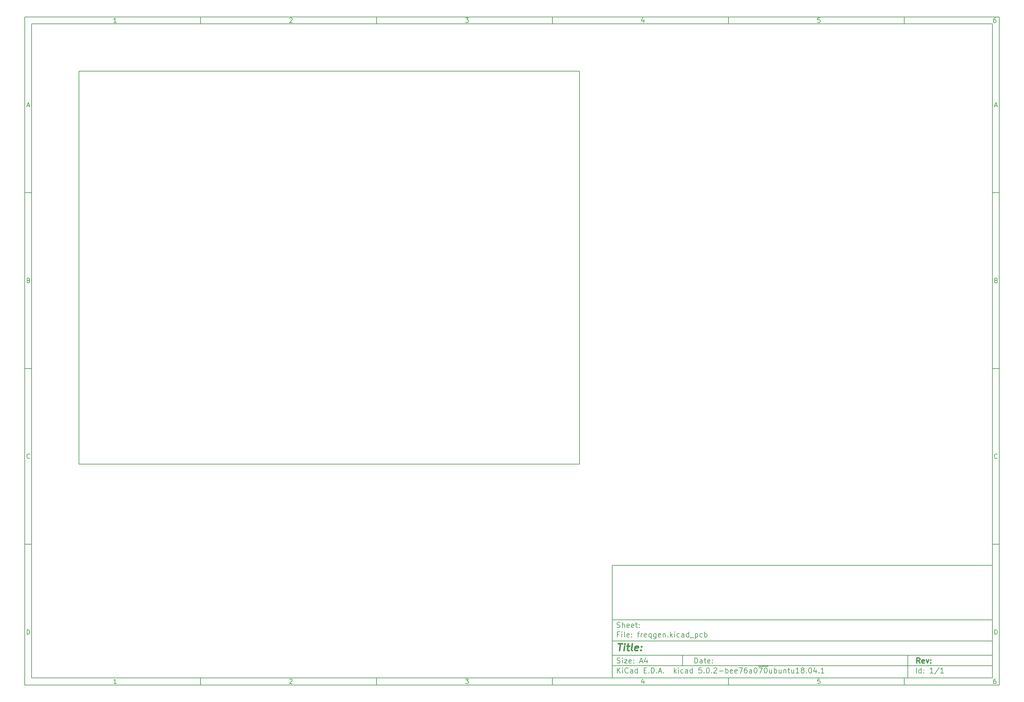
<source format=gbr>
G04 #@! TF.GenerationSoftware,KiCad,Pcbnew,5.0.2-bee76a0~70~ubuntu18.04.1*
G04 #@! TF.CreationDate,2019-03-06T00:53:48+05:30*
G04 #@! TF.ProjectId,freqgen,66726571-6765-46e2-9e6b-696361645f70,rev?*
G04 #@! TF.SameCoordinates,Original*
G04 #@! TF.FileFunction,Profile,NP*
%FSLAX46Y46*%
G04 Gerber Fmt 4.6, Leading zero omitted, Abs format (unit mm)*
G04 Created by KiCad (PCBNEW 5.0.2-bee76a0~70~ubuntu18.04.1) date Wed Mar  6 00:53:48 2019*
%MOMM*%
%LPD*%
G01*
G04 APERTURE LIST*
%ADD10C,0.100000*%
%ADD11C,0.150000*%
%ADD12C,0.300000*%
%ADD13C,0.400000*%
G04 APERTURE END LIST*
D10*
D11*
X177002200Y-166007200D02*
X177002200Y-198007200D01*
X285002200Y-198007200D01*
X285002200Y-166007200D01*
X177002200Y-166007200D01*
D10*
D11*
X10000000Y-10000000D02*
X10000000Y-200007200D01*
X287002200Y-200007200D01*
X287002200Y-10000000D01*
X10000000Y-10000000D01*
D10*
D11*
X12000000Y-12000000D02*
X12000000Y-198007200D01*
X285002200Y-198007200D01*
X285002200Y-12000000D01*
X12000000Y-12000000D01*
D10*
D11*
X60000000Y-12000000D02*
X60000000Y-10000000D01*
D10*
D11*
X110000000Y-12000000D02*
X110000000Y-10000000D01*
D10*
D11*
X160000000Y-12000000D02*
X160000000Y-10000000D01*
D10*
D11*
X210000000Y-12000000D02*
X210000000Y-10000000D01*
D10*
D11*
X260000000Y-12000000D02*
X260000000Y-10000000D01*
D10*
D11*
X36065476Y-11588095D02*
X35322619Y-11588095D01*
X35694047Y-11588095D02*
X35694047Y-10288095D01*
X35570238Y-10473809D01*
X35446428Y-10597619D01*
X35322619Y-10659523D01*
D10*
D11*
X85322619Y-10411904D02*
X85384523Y-10350000D01*
X85508333Y-10288095D01*
X85817857Y-10288095D01*
X85941666Y-10350000D01*
X86003571Y-10411904D01*
X86065476Y-10535714D01*
X86065476Y-10659523D01*
X86003571Y-10845238D01*
X85260714Y-11588095D01*
X86065476Y-11588095D01*
D10*
D11*
X135260714Y-10288095D02*
X136065476Y-10288095D01*
X135632142Y-10783333D01*
X135817857Y-10783333D01*
X135941666Y-10845238D01*
X136003571Y-10907142D01*
X136065476Y-11030952D01*
X136065476Y-11340476D01*
X136003571Y-11464285D01*
X135941666Y-11526190D01*
X135817857Y-11588095D01*
X135446428Y-11588095D01*
X135322619Y-11526190D01*
X135260714Y-11464285D01*
D10*
D11*
X185941666Y-10721428D02*
X185941666Y-11588095D01*
X185632142Y-10226190D02*
X185322619Y-11154761D01*
X186127380Y-11154761D01*
D10*
D11*
X236003571Y-10288095D02*
X235384523Y-10288095D01*
X235322619Y-10907142D01*
X235384523Y-10845238D01*
X235508333Y-10783333D01*
X235817857Y-10783333D01*
X235941666Y-10845238D01*
X236003571Y-10907142D01*
X236065476Y-11030952D01*
X236065476Y-11340476D01*
X236003571Y-11464285D01*
X235941666Y-11526190D01*
X235817857Y-11588095D01*
X235508333Y-11588095D01*
X235384523Y-11526190D01*
X235322619Y-11464285D01*
D10*
D11*
X285941666Y-10288095D02*
X285694047Y-10288095D01*
X285570238Y-10350000D01*
X285508333Y-10411904D01*
X285384523Y-10597619D01*
X285322619Y-10845238D01*
X285322619Y-11340476D01*
X285384523Y-11464285D01*
X285446428Y-11526190D01*
X285570238Y-11588095D01*
X285817857Y-11588095D01*
X285941666Y-11526190D01*
X286003571Y-11464285D01*
X286065476Y-11340476D01*
X286065476Y-11030952D01*
X286003571Y-10907142D01*
X285941666Y-10845238D01*
X285817857Y-10783333D01*
X285570238Y-10783333D01*
X285446428Y-10845238D01*
X285384523Y-10907142D01*
X285322619Y-11030952D01*
D10*
D11*
X60000000Y-198007200D02*
X60000000Y-200007200D01*
D10*
D11*
X110000000Y-198007200D02*
X110000000Y-200007200D01*
D10*
D11*
X160000000Y-198007200D02*
X160000000Y-200007200D01*
D10*
D11*
X210000000Y-198007200D02*
X210000000Y-200007200D01*
D10*
D11*
X260000000Y-198007200D02*
X260000000Y-200007200D01*
D10*
D11*
X36065476Y-199595295D02*
X35322619Y-199595295D01*
X35694047Y-199595295D02*
X35694047Y-198295295D01*
X35570238Y-198481009D01*
X35446428Y-198604819D01*
X35322619Y-198666723D01*
D10*
D11*
X85322619Y-198419104D02*
X85384523Y-198357200D01*
X85508333Y-198295295D01*
X85817857Y-198295295D01*
X85941666Y-198357200D01*
X86003571Y-198419104D01*
X86065476Y-198542914D01*
X86065476Y-198666723D01*
X86003571Y-198852438D01*
X85260714Y-199595295D01*
X86065476Y-199595295D01*
D10*
D11*
X135260714Y-198295295D02*
X136065476Y-198295295D01*
X135632142Y-198790533D01*
X135817857Y-198790533D01*
X135941666Y-198852438D01*
X136003571Y-198914342D01*
X136065476Y-199038152D01*
X136065476Y-199347676D01*
X136003571Y-199471485D01*
X135941666Y-199533390D01*
X135817857Y-199595295D01*
X135446428Y-199595295D01*
X135322619Y-199533390D01*
X135260714Y-199471485D01*
D10*
D11*
X185941666Y-198728628D02*
X185941666Y-199595295D01*
X185632142Y-198233390D02*
X185322619Y-199161961D01*
X186127380Y-199161961D01*
D10*
D11*
X236003571Y-198295295D02*
X235384523Y-198295295D01*
X235322619Y-198914342D01*
X235384523Y-198852438D01*
X235508333Y-198790533D01*
X235817857Y-198790533D01*
X235941666Y-198852438D01*
X236003571Y-198914342D01*
X236065476Y-199038152D01*
X236065476Y-199347676D01*
X236003571Y-199471485D01*
X235941666Y-199533390D01*
X235817857Y-199595295D01*
X235508333Y-199595295D01*
X235384523Y-199533390D01*
X235322619Y-199471485D01*
D10*
D11*
X285941666Y-198295295D02*
X285694047Y-198295295D01*
X285570238Y-198357200D01*
X285508333Y-198419104D01*
X285384523Y-198604819D01*
X285322619Y-198852438D01*
X285322619Y-199347676D01*
X285384523Y-199471485D01*
X285446428Y-199533390D01*
X285570238Y-199595295D01*
X285817857Y-199595295D01*
X285941666Y-199533390D01*
X286003571Y-199471485D01*
X286065476Y-199347676D01*
X286065476Y-199038152D01*
X286003571Y-198914342D01*
X285941666Y-198852438D01*
X285817857Y-198790533D01*
X285570238Y-198790533D01*
X285446428Y-198852438D01*
X285384523Y-198914342D01*
X285322619Y-199038152D01*
D10*
D11*
X10000000Y-60000000D02*
X12000000Y-60000000D01*
D10*
D11*
X10000000Y-110000000D02*
X12000000Y-110000000D01*
D10*
D11*
X10000000Y-160000000D02*
X12000000Y-160000000D01*
D10*
D11*
X10690476Y-35216666D02*
X11309523Y-35216666D01*
X10566666Y-35588095D02*
X11000000Y-34288095D01*
X11433333Y-35588095D01*
D10*
D11*
X11092857Y-84907142D02*
X11278571Y-84969047D01*
X11340476Y-85030952D01*
X11402380Y-85154761D01*
X11402380Y-85340476D01*
X11340476Y-85464285D01*
X11278571Y-85526190D01*
X11154761Y-85588095D01*
X10659523Y-85588095D01*
X10659523Y-84288095D01*
X11092857Y-84288095D01*
X11216666Y-84350000D01*
X11278571Y-84411904D01*
X11340476Y-84535714D01*
X11340476Y-84659523D01*
X11278571Y-84783333D01*
X11216666Y-84845238D01*
X11092857Y-84907142D01*
X10659523Y-84907142D01*
D10*
D11*
X11402380Y-135464285D02*
X11340476Y-135526190D01*
X11154761Y-135588095D01*
X11030952Y-135588095D01*
X10845238Y-135526190D01*
X10721428Y-135402380D01*
X10659523Y-135278571D01*
X10597619Y-135030952D01*
X10597619Y-134845238D01*
X10659523Y-134597619D01*
X10721428Y-134473809D01*
X10845238Y-134350000D01*
X11030952Y-134288095D01*
X11154761Y-134288095D01*
X11340476Y-134350000D01*
X11402380Y-134411904D01*
D10*
D11*
X10659523Y-185588095D02*
X10659523Y-184288095D01*
X10969047Y-184288095D01*
X11154761Y-184350000D01*
X11278571Y-184473809D01*
X11340476Y-184597619D01*
X11402380Y-184845238D01*
X11402380Y-185030952D01*
X11340476Y-185278571D01*
X11278571Y-185402380D01*
X11154761Y-185526190D01*
X10969047Y-185588095D01*
X10659523Y-185588095D01*
D10*
D11*
X287002200Y-60000000D02*
X285002200Y-60000000D01*
D10*
D11*
X287002200Y-110000000D02*
X285002200Y-110000000D01*
D10*
D11*
X287002200Y-160000000D02*
X285002200Y-160000000D01*
D10*
D11*
X285692676Y-35216666D02*
X286311723Y-35216666D01*
X285568866Y-35588095D02*
X286002200Y-34288095D01*
X286435533Y-35588095D01*
D10*
D11*
X286095057Y-84907142D02*
X286280771Y-84969047D01*
X286342676Y-85030952D01*
X286404580Y-85154761D01*
X286404580Y-85340476D01*
X286342676Y-85464285D01*
X286280771Y-85526190D01*
X286156961Y-85588095D01*
X285661723Y-85588095D01*
X285661723Y-84288095D01*
X286095057Y-84288095D01*
X286218866Y-84350000D01*
X286280771Y-84411904D01*
X286342676Y-84535714D01*
X286342676Y-84659523D01*
X286280771Y-84783333D01*
X286218866Y-84845238D01*
X286095057Y-84907142D01*
X285661723Y-84907142D01*
D10*
D11*
X286404580Y-135464285D02*
X286342676Y-135526190D01*
X286156961Y-135588095D01*
X286033152Y-135588095D01*
X285847438Y-135526190D01*
X285723628Y-135402380D01*
X285661723Y-135278571D01*
X285599819Y-135030952D01*
X285599819Y-134845238D01*
X285661723Y-134597619D01*
X285723628Y-134473809D01*
X285847438Y-134350000D01*
X286033152Y-134288095D01*
X286156961Y-134288095D01*
X286342676Y-134350000D01*
X286404580Y-134411904D01*
D10*
D11*
X285661723Y-185588095D02*
X285661723Y-184288095D01*
X285971247Y-184288095D01*
X286156961Y-184350000D01*
X286280771Y-184473809D01*
X286342676Y-184597619D01*
X286404580Y-184845238D01*
X286404580Y-185030952D01*
X286342676Y-185278571D01*
X286280771Y-185402380D01*
X286156961Y-185526190D01*
X285971247Y-185588095D01*
X285661723Y-185588095D01*
D10*
D11*
X200434342Y-193785771D02*
X200434342Y-192285771D01*
X200791485Y-192285771D01*
X201005771Y-192357200D01*
X201148628Y-192500057D01*
X201220057Y-192642914D01*
X201291485Y-192928628D01*
X201291485Y-193142914D01*
X201220057Y-193428628D01*
X201148628Y-193571485D01*
X201005771Y-193714342D01*
X200791485Y-193785771D01*
X200434342Y-193785771D01*
X202577200Y-193785771D02*
X202577200Y-193000057D01*
X202505771Y-192857200D01*
X202362914Y-192785771D01*
X202077200Y-192785771D01*
X201934342Y-192857200D01*
X202577200Y-193714342D02*
X202434342Y-193785771D01*
X202077200Y-193785771D01*
X201934342Y-193714342D01*
X201862914Y-193571485D01*
X201862914Y-193428628D01*
X201934342Y-193285771D01*
X202077200Y-193214342D01*
X202434342Y-193214342D01*
X202577200Y-193142914D01*
X203077200Y-192785771D02*
X203648628Y-192785771D01*
X203291485Y-192285771D02*
X203291485Y-193571485D01*
X203362914Y-193714342D01*
X203505771Y-193785771D01*
X203648628Y-193785771D01*
X204720057Y-193714342D02*
X204577200Y-193785771D01*
X204291485Y-193785771D01*
X204148628Y-193714342D01*
X204077200Y-193571485D01*
X204077200Y-193000057D01*
X204148628Y-192857200D01*
X204291485Y-192785771D01*
X204577200Y-192785771D01*
X204720057Y-192857200D01*
X204791485Y-193000057D01*
X204791485Y-193142914D01*
X204077200Y-193285771D01*
X205434342Y-193642914D02*
X205505771Y-193714342D01*
X205434342Y-193785771D01*
X205362914Y-193714342D01*
X205434342Y-193642914D01*
X205434342Y-193785771D01*
X205434342Y-192857200D02*
X205505771Y-192928628D01*
X205434342Y-193000057D01*
X205362914Y-192928628D01*
X205434342Y-192857200D01*
X205434342Y-193000057D01*
D10*
D11*
X177002200Y-194507200D02*
X285002200Y-194507200D01*
D10*
D11*
X178434342Y-196585771D02*
X178434342Y-195085771D01*
X179291485Y-196585771D02*
X178648628Y-195728628D01*
X179291485Y-195085771D02*
X178434342Y-195942914D01*
X179934342Y-196585771D02*
X179934342Y-195585771D01*
X179934342Y-195085771D02*
X179862914Y-195157200D01*
X179934342Y-195228628D01*
X180005771Y-195157200D01*
X179934342Y-195085771D01*
X179934342Y-195228628D01*
X181505771Y-196442914D02*
X181434342Y-196514342D01*
X181220057Y-196585771D01*
X181077200Y-196585771D01*
X180862914Y-196514342D01*
X180720057Y-196371485D01*
X180648628Y-196228628D01*
X180577200Y-195942914D01*
X180577200Y-195728628D01*
X180648628Y-195442914D01*
X180720057Y-195300057D01*
X180862914Y-195157200D01*
X181077200Y-195085771D01*
X181220057Y-195085771D01*
X181434342Y-195157200D01*
X181505771Y-195228628D01*
X182791485Y-196585771D02*
X182791485Y-195800057D01*
X182720057Y-195657200D01*
X182577200Y-195585771D01*
X182291485Y-195585771D01*
X182148628Y-195657200D01*
X182791485Y-196514342D02*
X182648628Y-196585771D01*
X182291485Y-196585771D01*
X182148628Y-196514342D01*
X182077200Y-196371485D01*
X182077200Y-196228628D01*
X182148628Y-196085771D01*
X182291485Y-196014342D01*
X182648628Y-196014342D01*
X182791485Y-195942914D01*
X184148628Y-196585771D02*
X184148628Y-195085771D01*
X184148628Y-196514342D02*
X184005771Y-196585771D01*
X183720057Y-196585771D01*
X183577200Y-196514342D01*
X183505771Y-196442914D01*
X183434342Y-196300057D01*
X183434342Y-195871485D01*
X183505771Y-195728628D01*
X183577200Y-195657200D01*
X183720057Y-195585771D01*
X184005771Y-195585771D01*
X184148628Y-195657200D01*
X186005771Y-195800057D02*
X186505771Y-195800057D01*
X186720057Y-196585771D02*
X186005771Y-196585771D01*
X186005771Y-195085771D01*
X186720057Y-195085771D01*
X187362914Y-196442914D02*
X187434342Y-196514342D01*
X187362914Y-196585771D01*
X187291485Y-196514342D01*
X187362914Y-196442914D01*
X187362914Y-196585771D01*
X188077200Y-196585771D02*
X188077200Y-195085771D01*
X188434342Y-195085771D01*
X188648628Y-195157200D01*
X188791485Y-195300057D01*
X188862914Y-195442914D01*
X188934342Y-195728628D01*
X188934342Y-195942914D01*
X188862914Y-196228628D01*
X188791485Y-196371485D01*
X188648628Y-196514342D01*
X188434342Y-196585771D01*
X188077200Y-196585771D01*
X189577200Y-196442914D02*
X189648628Y-196514342D01*
X189577200Y-196585771D01*
X189505771Y-196514342D01*
X189577200Y-196442914D01*
X189577200Y-196585771D01*
X190220057Y-196157200D02*
X190934342Y-196157200D01*
X190077200Y-196585771D02*
X190577200Y-195085771D01*
X191077200Y-196585771D01*
X191577200Y-196442914D02*
X191648628Y-196514342D01*
X191577200Y-196585771D01*
X191505771Y-196514342D01*
X191577200Y-196442914D01*
X191577200Y-196585771D01*
X194577200Y-196585771D02*
X194577200Y-195085771D01*
X194720057Y-196014342D02*
X195148628Y-196585771D01*
X195148628Y-195585771D02*
X194577200Y-196157200D01*
X195791485Y-196585771D02*
X195791485Y-195585771D01*
X195791485Y-195085771D02*
X195720057Y-195157200D01*
X195791485Y-195228628D01*
X195862914Y-195157200D01*
X195791485Y-195085771D01*
X195791485Y-195228628D01*
X197148628Y-196514342D02*
X197005771Y-196585771D01*
X196720057Y-196585771D01*
X196577200Y-196514342D01*
X196505771Y-196442914D01*
X196434342Y-196300057D01*
X196434342Y-195871485D01*
X196505771Y-195728628D01*
X196577200Y-195657200D01*
X196720057Y-195585771D01*
X197005771Y-195585771D01*
X197148628Y-195657200D01*
X198434342Y-196585771D02*
X198434342Y-195800057D01*
X198362914Y-195657200D01*
X198220057Y-195585771D01*
X197934342Y-195585771D01*
X197791485Y-195657200D01*
X198434342Y-196514342D02*
X198291485Y-196585771D01*
X197934342Y-196585771D01*
X197791485Y-196514342D01*
X197720057Y-196371485D01*
X197720057Y-196228628D01*
X197791485Y-196085771D01*
X197934342Y-196014342D01*
X198291485Y-196014342D01*
X198434342Y-195942914D01*
X199791485Y-196585771D02*
X199791485Y-195085771D01*
X199791485Y-196514342D02*
X199648628Y-196585771D01*
X199362914Y-196585771D01*
X199220057Y-196514342D01*
X199148628Y-196442914D01*
X199077200Y-196300057D01*
X199077200Y-195871485D01*
X199148628Y-195728628D01*
X199220057Y-195657200D01*
X199362914Y-195585771D01*
X199648628Y-195585771D01*
X199791485Y-195657200D01*
X202362914Y-195085771D02*
X201648628Y-195085771D01*
X201577200Y-195800057D01*
X201648628Y-195728628D01*
X201791485Y-195657200D01*
X202148628Y-195657200D01*
X202291485Y-195728628D01*
X202362914Y-195800057D01*
X202434342Y-195942914D01*
X202434342Y-196300057D01*
X202362914Y-196442914D01*
X202291485Y-196514342D01*
X202148628Y-196585771D01*
X201791485Y-196585771D01*
X201648628Y-196514342D01*
X201577200Y-196442914D01*
X203077200Y-196442914D02*
X203148628Y-196514342D01*
X203077200Y-196585771D01*
X203005771Y-196514342D01*
X203077200Y-196442914D01*
X203077200Y-196585771D01*
X204077200Y-195085771D02*
X204220057Y-195085771D01*
X204362914Y-195157200D01*
X204434342Y-195228628D01*
X204505771Y-195371485D01*
X204577200Y-195657200D01*
X204577200Y-196014342D01*
X204505771Y-196300057D01*
X204434342Y-196442914D01*
X204362914Y-196514342D01*
X204220057Y-196585771D01*
X204077200Y-196585771D01*
X203934342Y-196514342D01*
X203862914Y-196442914D01*
X203791485Y-196300057D01*
X203720057Y-196014342D01*
X203720057Y-195657200D01*
X203791485Y-195371485D01*
X203862914Y-195228628D01*
X203934342Y-195157200D01*
X204077200Y-195085771D01*
X205220057Y-196442914D02*
X205291485Y-196514342D01*
X205220057Y-196585771D01*
X205148628Y-196514342D01*
X205220057Y-196442914D01*
X205220057Y-196585771D01*
X205862914Y-195228628D02*
X205934342Y-195157200D01*
X206077200Y-195085771D01*
X206434342Y-195085771D01*
X206577200Y-195157200D01*
X206648628Y-195228628D01*
X206720057Y-195371485D01*
X206720057Y-195514342D01*
X206648628Y-195728628D01*
X205791485Y-196585771D01*
X206720057Y-196585771D01*
X207362914Y-196014342D02*
X208505771Y-196014342D01*
X209220057Y-196585771D02*
X209220057Y-195085771D01*
X209220057Y-195657200D02*
X209362914Y-195585771D01*
X209648628Y-195585771D01*
X209791485Y-195657200D01*
X209862914Y-195728628D01*
X209934342Y-195871485D01*
X209934342Y-196300057D01*
X209862914Y-196442914D01*
X209791485Y-196514342D01*
X209648628Y-196585771D01*
X209362914Y-196585771D01*
X209220057Y-196514342D01*
X211148628Y-196514342D02*
X211005771Y-196585771D01*
X210720057Y-196585771D01*
X210577200Y-196514342D01*
X210505771Y-196371485D01*
X210505771Y-195800057D01*
X210577200Y-195657200D01*
X210720057Y-195585771D01*
X211005771Y-195585771D01*
X211148628Y-195657200D01*
X211220057Y-195800057D01*
X211220057Y-195942914D01*
X210505771Y-196085771D01*
X212434342Y-196514342D02*
X212291485Y-196585771D01*
X212005771Y-196585771D01*
X211862914Y-196514342D01*
X211791485Y-196371485D01*
X211791485Y-195800057D01*
X211862914Y-195657200D01*
X212005771Y-195585771D01*
X212291485Y-195585771D01*
X212434342Y-195657200D01*
X212505771Y-195800057D01*
X212505771Y-195942914D01*
X211791485Y-196085771D01*
X213005771Y-195085771D02*
X214005771Y-195085771D01*
X213362914Y-196585771D01*
X215220057Y-195085771D02*
X214934342Y-195085771D01*
X214791485Y-195157200D01*
X214720057Y-195228628D01*
X214577200Y-195442914D01*
X214505771Y-195728628D01*
X214505771Y-196300057D01*
X214577200Y-196442914D01*
X214648628Y-196514342D01*
X214791485Y-196585771D01*
X215077200Y-196585771D01*
X215220057Y-196514342D01*
X215291485Y-196442914D01*
X215362914Y-196300057D01*
X215362914Y-195942914D01*
X215291485Y-195800057D01*
X215220057Y-195728628D01*
X215077200Y-195657200D01*
X214791485Y-195657200D01*
X214648628Y-195728628D01*
X214577200Y-195800057D01*
X214505771Y-195942914D01*
X216648628Y-196585771D02*
X216648628Y-195800057D01*
X216577200Y-195657200D01*
X216434342Y-195585771D01*
X216148628Y-195585771D01*
X216005771Y-195657200D01*
X216648628Y-196514342D02*
X216505771Y-196585771D01*
X216148628Y-196585771D01*
X216005771Y-196514342D01*
X215934342Y-196371485D01*
X215934342Y-196228628D01*
X216005771Y-196085771D01*
X216148628Y-196014342D01*
X216505771Y-196014342D01*
X216648628Y-195942914D01*
X217648628Y-195085771D02*
X217791485Y-195085771D01*
X217934342Y-195157200D01*
X218005771Y-195228628D01*
X218077200Y-195371485D01*
X218148628Y-195657200D01*
X218148628Y-196014342D01*
X218077200Y-196300057D01*
X218005771Y-196442914D01*
X217934342Y-196514342D01*
X217791485Y-196585771D01*
X217648628Y-196585771D01*
X217505771Y-196514342D01*
X217434342Y-196442914D01*
X217362914Y-196300057D01*
X217291485Y-196014342D01*
X217291485Y-195657200D01*
X217362914Y-195371485D01*
X217434342Y-195228628D01*
X217505771Y-195157200D01*
X217648628Y-195085771D01*
X218434342Y-194677200D02*
X219862914Y-194677200D01*
X218648628Y-195085771D02*
X219648628Y-195085771D01*
X219005771Y-196585771D01*
X219862914Y-194677200D02*
X221291485Y-194677200D01*
X220505771Y-195085771D02*
X220648628Y-195085771D01*
X220791485Y-195157200D01*
X220862914Y-195228628D01*
X220934342Y-195371485D01*
X221005771Y-195657200D01*
X221005771Y-196014342D01*
X220934342Y-196300057D01*
X220862914Y-196442914D01*
X220791485Y-196514342D01*
X220648628Y-196585771D01*
X220505771Y-196585771D01*
X220362914Y-196514342D01*
X220291485Y-196442914D01*
X220220057Y-196300057D01*
X220148628Y-196014342D01*
X220148628Y-195657200D01*
X220220057Y-195371485D01*
X220291485Y-195228628D01*
X220362914Y-195157200D01*
X220505771Y-195085771D01*
X222291485Y-195585771D02*
X222291485Y-196585771D01*
X221648628Y-195585771D02*
X221648628Y-196371485D01*
X221720057Y-196514342D01*
X221862914Y-196585771D01*
X222077200Y-196585771D01*
X222220057Y-196514342D01*
X222291485Y-196442914D01*
X223005771Y-196585771D02*
X223005771Y-195085771D01*
X223005771Y-195657200D02*
X223148628Y-195585771D01*
X223434342Y-195585771D01*
X223577200Y-195657200D01*
X223648628Y-195728628D01*
X223720057Y-195871485D01*
X223720057Y-196300057D01*
X223648628Y-196442914D01*
X223577200Y-196514342D01*
X223434342Y-196585771D01*
X223148628Y-196585771D01*
X223005771Y-196514342D01*
X225005771Y-195585771D02*
X225005771Y-196585771D01*
X224362914Y-195585771D02*
X224362914Y-196371485D01*
X224434342Y-196514342D01*
X224577200Y-196585771D01*
X224791485Y-196585771D01*
X224934342Y-196514342D01*
X225005771Y-196442914D01*
X225720057Y-195585771D02*
X225720057Y-196585771D01*
X225720057Y-195728628D02*
X225791485Y-195657200D01*
X225934342Y-195585771D01*
X226148628Y-195585771D01*
X226291485Y-195657200D01*
X226362914Y-195800057D01*
X226362914Y-196585771D01*
X226862914Y-195585771D02*
X227434342Y-195585771D01*
X227077200Y-195085771D02*
X227077200Y-196371485D01*
X227148628Y-196514342D01*
X227291485Y-196585771D01*
X227434342Y-196585771D01*
X228577200Y-195585771D02*
X228577200Y-196585771D01*
X227934342Y-195585771D02*
X227934342Y-196371485D01*
X228005771Y-196514342D01*
X228148628Y-196585771D01*
X228362914Y-196585771D01*
X228505771Y-196514342D01*
X228577200Y-196442914D01*
X230077200Y-196585771D02*
X229220057Y-196585771D01*
X229648628Y-196585771D02*
X229648628Y-195085771D01*
X229505771Y-195300057D01*
X229362914Y-195442914D01*
X229220057Y-195514342D01*
X230934342Y-195728628D02*
X230791485Y-195657200D01*
X230720057Y-195585771D01*
X230648628Y-195442914D01*
X230648628Y-195371485D01*
X230720057Y-195228628D01*
X230791485Y-195157200D01*
X230934342Y-195085771D01*
X231220057Y-195085771D01*
X231362914Y-195157200D01*
X231434342Y-195228628D01*
X231505771Y-195371485D01*
X231505771Y-195442914D01*
X231434342Y-195585771D01*
X231362914Y-195657200D01*
X231220057Y-195728628D01*
X230934342Y-195728628D01*
X230791485Y-195800057D01*
X230720057Y-195871485D01*
X230648628Y-196014342D01*
X230648628Y-196300057D01*
X230720057Y-196442914D01*
X230791485Y-196514342D01*
X230934342Y-196585771D01*
X231220057Y-196585771D01*
X231362914Y-196514342D01*
X231434342Y-196442914D01*
X231505771Y-196300057D01*
X231505771Y-196014342D01*
X231434342Y-195871485D01*
X231362914Y-195800057D01*
X231220057Y-195728628D01*
X232148628Y-196442914D02*
X232220057Y-196514342D01*
X232148628Y-196585771D01*
X232077200Y-196514342D01*
X232148628Y-196442914D01*
X232148628Y-196585771D01*
X233148628Y-195085771D02*
X233291485Y-195085771D01*
X233434342Y-195157200D01*
X233505771Y-195228628D01*
X233577200Y-195371485D01*
X233648628Y-195657200D01*
X233648628Y-196014342D01*
X233577200Y-196300057D01*
X233505771Y-196442914D01*
X233434342Y-196514342D01*
X233291485Y-196585771D01*
X233148628Y-196585771D01*
X233005771Y-196514342D01*
X232934342Y-196442914D01*
X232862914Y-196300057D01*
X232791485Y-196014342D01*
X232791485Y-195657200D01*
X232862914Y-195371485D01*
X232934342Y-195228628D01*
X233005771Y-195157200D01*
X233148628Y-195085771D01*
X234934342Y-195585771D02*
X234934342Y-196585771D01*
X234577200Y-195014342D02*
X234220057Y-196085771D01*
X235148628Y-196085771D01*
X235720057Y-196442914D02*
X235791485Y-196514342D01*
X235720057Y-196585771D01*
X235648628Y-196514342D01*
X235720057Y-196442914D01*
X235720057Y-196585771D01*
X237220057Y-196585771D02*
X236362914Y-196585771D01*
X236791485Y-196585771D02*
X236791485Y-195085771D01*
X236648628Y-195300057D01*
X236505771Y-195442914D01*
X236362914Y-195514342D01*
D10*
D11*
X177002200Y-191507200D02*
X285002200Y-191507200D01*
D10*
D12*
X264411485Y-193785771D02*
X263911485Y-193071485D01*
X263554342Y-193785771D02*
X263554342Y-192285771D01*
X264125771Y-192285771D01*
X264268628Y-192357200D01*
X264340057Y-192428628D01*
X264411485Y-192571485D01*
X264411485Y-192785771D01*
X264340057Y-192928628D01*
X264268628Y-193000057D01*
X264125771Y-193071485D01*
X263554342Y-193071485D01*
X265625771Y-193714342D02*
X265482914Y-193785771D01*
X265197200Y-193785771D01*
X265054342Y-193714342D01*
X264982914Y-193571485D01*
X264982914Y-193000057D01*
X265054342Y-192857200D01*
X265197200Y-192785771D01*
X265482914Y-192785771D01*
X265625771Y-192857200D01*
X265697200Y-193000057D01*
X265697200Y-193142914D01*
X264982914Y-193285771D01*
X266197200Y-192785771D02*
X266554342Y-193785771D01*
X266911485Y-192785771D01*
X267482914Y-193642914D02*
X267554342Y-193714342D01*
X267482914Y-193785771D01*
X267411485Y-193714342D01*
X267482914Y-193642914D01*
X267482914Y-193785771D01*
X267482914Y-192857200D02*
X267554342Y-192928628D01*
X267482914Y-193000057D01*
X267411485Y-192928628D01*
X267482914Y-192857200D01*
X267482914Y-193000057D01*
D10*
D11*
X178362914Y-193714342D02*
X178577200Y-193785771D01*
X178934342Y-193785771D01*
X179077200Y-193714342D01*
X179148628Y-193642914D01*
X179220057Y-193500057D01*
X179220057Y-193357200D01*
X179148628Y-193214342D01*
X179077200Y-193142914D01*
X178934342Y-193071485D01*
X178648628Y-193000057D01*
X178505771Y-192928628D01*
X178434342Y-192857200D01*
X178362914Y-192714342D01*
X178362914Y-192571485D01*
X178434342Y-192428628D01*
X178505771Y-192357200D01*
X178648628Y-192285771D01*
X179005771Y-192285771D01*
X179220057Y-192357200D01*
X179862914Y-193785771D02*
X179862914Y-192785771D01*
X179862914Y-192285771D02*
X179791485Y-192357200D01*
X179862914Y-192428628D01*
X179934342Y-192357200D01*
X179862914Y-192285771D01*
X179862914Y-192428628D01*
X180434342Y-192785771D02*
X181220057Y-192785771D01*
X180434342Y-193785771D01*
X181220057Y-193785771D01*
X182362914Y-193714342D02*
X182220057Y-193785771D01*
X181934342Y-193785771D01*
X181791485Y-193714342D01*
X181720057Y-193571485D01*
X181720057Y-193000057D01*
X181791485Y-192857200D01*
X181934342Y-192785771D01*
X182220057Y-192785771D01*
X182362914Y-192857200D01*
X182434342Y-193000057D01*
X182434342Y-193142914D01*
X181720057Y-193285771D01*
X183077200Y-193642914D02*
X183148628Y-193714342D01*
X183077200Y-193785771D01*
X183005771Y-193714342D01*
X183077200Y-193642914D01*
X183077200Y-193785771D01*
X183077200Y-192857200D02*
X183148628Y-192928628D01*
X183077200Y-193000057D01*
X183005771Y-192928628D01*
X183077200Y-192857200D01*
X183077200Y-193000057D01*
X184862914Y-193357200D02*
X185577200Y-193357200D01*
X184720057Y-193785771D02*
X185220057Y-192285771D01*
X185720057Y-193785771D01*
X186862914Y-192785771D02*
X186862914Y-193785771D01*
X186505771Y-192214342D02*
X186148628Y-193285771D01*
X187077200Y-193285771D01*
D10*
D11*
X263434342Y-196585771D02*
X263434342Y-195085771D01*
X264791485Y-196585771D02*
X264791485Y-195085771D01*
X264791485Y-196514342D02*
X264648628Y-196585771D01*
X264362914Y-196585771D01*
X264220057Y-196514342D01*
X264148628Y-196442914D01*
X264077200Y-196300057D01*
X264077200Y-195871485D01*
X264148628Y-195728628D01*
X264220057Y-195657200D01*
X264362914Y-195585771D01*
X264648628Y-195585771D01*
X264791485Y-195657200D01*
X265505771Y-196442914D02*
X265577200Y-196514342D01*
X265505771Y-196585771D01*
X265434342Y-196514342D01*
X265505771Y-196442914D01*
X265505771Y-196585771D01*
X265505771Y-195657200D02*
X265577200Y-195728628D01*
X265505771Y-195800057D01*
X265434342Y-195728628D01*
X265505771Y-195657200D01*
X265505771Y-195800057D01*
X268148628Y-196585771D02*
X267291485Y-196585771D01*
X267720057Y-196585771D02*
X267720057Y-195085771D01*
X267577200Y-195300057D01*
X267434342Y-195442914D01*
X267291485Y-195514342D01*
X269862914Y-195014342D02*
X268577200Y-196942914D01*
X271148628Y-196585771D02*
X270291485Y-196585771D01*
X270720057Y-196585771D02*
X270720057Y-195085771D01*
X270577200Y-195300057D01*
X270434342Y-195442914D01*
X270291485Y-195514342D01*
D10*
D11*
X177002200Y-187507200D02*
X285002200Y-187507200D01*
D10*
D13*
X178714580Y-188211961D02*
X179857438Y-188211961D01*
X179036009Y-190211961D02*
X179286009Y-188211961D01*
X180274104Y-190211961D02*
X180440771Y-188878628D01*
X180524104Y-188211961D02*
X180416961Y-188307200D01*
X180500295Y-188402438D01*
X180607438Y-188307200D01*
X180524104Y-188211961D01*
X180500295Y-188402438D01*
X181107438Y-188878628D02*
X181869342Y-188878628D01*
X181476485Y-188211961D02*
X181262200Y-189926247D01*
X181333628Y-190116723D01*
X181512200Y-190211961D01*
X181702676Y-190211961D01*
X182655057Y-190211961D02*
X182476485Y-190116723D01*
X182405057Y-189926247D01*
X182619342Y-188211961D01*
X184190771Y-190116723D02*
X183988390Y-190211961D01*
X183607438Y-190211961D01*
X183428866Y-190116723D01*
X183357438Y-189926247D01*
X183452676Y-189164342D01*
X183571723Y-188973866D01*
X183774104Y-188878628D01*
X184155057Y-188878628D01*
X184333628Y-188973866D01*
X184405057Y-189164342D01*
X184381247Y-189354819D01*
X183405057Y-189545295D01*
X185155057Y-190021485D02*
X185238390Y-190116723D01*
X185131247Y-190211961D01*
X185047914Y-190116723D01*
X185155057Y-190021485D01*
X185131247Y-190211961D01*
X185286009Y-188973866D02*
X185369342Y-189069104D01*
X185262200Y-189164342D01*
X185178866Y-189069104D01*
X185286009Y-188973866D01*
X185262200Y-189164342D01*
D10*
D11*
X178934342Y-185600057D02*
X178434342Y-185600057D01*
X178434342Y-186385771D02*
X178434342Y-184885771D01*
X179148628Y-184885771D01*
X179720057Y-186385771D02*
X179720057Y-185385771D01*
X179720057Y-184885771D02*
X179648628Y-184957200D01*
X179720057Y-185028628D01*
X179791485Y-184957200D01*
X179720057Y-184885771D01*
X179720057Y-185028628D01*
X180648628Y-186385771D02*
X180505771Y-186314342D01*
X180434342Y-186171485D01*
X180434342Y-184885771D01*
X181791485Y-186314342D02*
X181648628Y-186385771D01*
X181362914Y-186385771D01*
X181220057Y-186314342D01*
X181148628Y-186171485D01*
X181148628Y-185600057D01*
X181220057Y-185457200D01*
X181362914Y-185385771D01*
X181648628Y-185385771D01*
X181791485Y-185457200D01*
X181862914Y-185600057D01*
X181862914Y-185742914D01*
X181148628Y-185885771D01*
X182505771Y-186242914D02*
X182577200Y-186314342D01*
X182505771Y-186385771D01*
X182434342Y-186314342D01*
X182505771Y-186242914D01*
X182505771Y-186385771D01*
X182505771Y-185457200D02*
X182577200Y-185528628D01*
X182505771Y-185600057D01*
X182434342Y-185528628D01*
X182505771Y-185457200D01*
X182505771Y-185600057D01*
X184148628Y-185385771D02*
X184720057Y-185385771D01*
X184362914Y-186385771D02*
X184362914Y-185100057D01*
X184434342Y-184957200D01*
X184577200Y-184885771D01*
X184720057Y-184885771D01*
X185220057Y-186385771D02*
X185220057Y-185385771D01*
X185220057Y-185671485D02*
X185291485Y-185528628D01*
X185362914Y-185457200D01*
X185505771Y-185385771D01*
X185648628Y-185385771D01*
X186720057Y-186314342D02*
X186577200Y-186385771D01*
X186291485Y-186385771D01*
X186148628Y-186314342D01*
X186077200Y-186171485D01*
X186077200Y-185600057D01*
X186148628Y-185457200D01*
X186291485Y-185385771D01*
X186577200Y-185385771D01*
X186720057Y-185457200D01*
X186791485Y-185600057D01*
X186791485Y-185742914D01*
X186077200Y-185885771D01*
X188077200Y-185385771D02*
X188077200Y-186885771D01*
X188077200Y-186314342D02*
X187934342Y-186385771D01*
X187648628Y-186385771D01*
X187505771Y-186314342D01*
X187434342Y-186242914D01*
X187362914Y-186100057D01*
X187362914Y-185671485D01*
X187434342Y-185528628D01*
X187505771Y-185457200D01*
X187648628Y-185385771D01*
X187934342Y-185385771D01*
X188077200Y-185457200D01*
X189434342Y-185385771D02*
X189434342Y-186600057D01*
X189362914Y-186742914D01*
X189291485Y-186814342D01*
X189148628Y-186885771D01*
X188934342Y-186885771D01*
X188791485Y-186814342D01*
X189434342Y-186314342D02*
X189291485Y-186385771D01*
X189005771Y-186385771D01*
X188862914Y-186314342D01*
X188791485Y-186242914D01*
X188720057Y-186100057D01*
X188720057Y-185671485D01*
X188791485Y-185528628D01*
X188862914Y-185457200D01*
X189005771Y-185385771D01*
X189291485Y-185385771D01*
X189434342Y-185457200D01*
X190720057Y-186314342D02*
X190577200Y-186385771D01*
X190291485Y-186385771D01*
X190148628Y-186314342D01*
X190077200Y-186171485D01*
X190077200Y-185600057D01*
X190148628Y-185457200D01*
X190291485Y-185385771D01*
X190577200Y-185385771D01*
X190720057Y-185457200D01*
X190791485Y-185600057D01*
X190791485Y-185742914D01*
X190077200Y-185885771D01*
X191434342Y-185385771D02*
X191434342Y-186385771D01*
X191434342Y-185528628D02*
X191505771Y-185457200D01*
X191648628Y-185385771D01*
X191862914Y-185385771D01*
X192005771Y-185457200D01*
X192077200Y-185600057D01*
X192077200Y-186385771D01*
X192791485Y-186242914D02*
X192862914Y-186314342D01*
X192791485Y-186385771D01*
X192720057Y-186314342D01*
X192791485Y-186242914D01*
X192791485Y-186385771D01*
X193505771Y-186385771D02*
X193505771Y-184885771D01*
X193648628Y-185814342D02*
X194077200Y-186385771D01*
X194077200Y-185385771D02*
X193505771Y-185957200D01*
X194720057Y-186385771D02*
X194720057Y-185385771D01*
X194720057Y-184885771D02*
X194648628Y-184957200D01*
X194720057Y-185028628D01*
X194791485Y-184957200D01*
X194720057Y-184885771D01*
X194720057Y-185028628D01*
X196077200Y-186314342D02*
X195934342Y-186385771D01*
X195648628Y-186385771D01*
X195505771Y-186314342D01*
X195434342Y-186242914D01*
X195362914Y-186100057D01*
X195362914Y-185671485D01*
X195434342Y-185528628D01*
X195505771Y-185457200D01*
X195648628Y-185385771D01*
X195934342Y-185385771D01*
X196077200Y-185457200D01*
X197362914Y-186385771D02*
X197362914Y-185600057D01*
X197291485Y-185457200D01*
X197148628Y-185385771D01*
X196862914Y-185385771D01*
X196720057Y-185457200D01*
X197362914Y-186314342D02*
X197220057Y-186385771D01*
X196862914Y-186385771D01*
X196720057Y-186314342D01*
X196648628Y-186171485D01*
X196648628Y-186028628D01*
X196720057Y-185885771D01*
X196862914Y-185814342D01*
X197220057Y-185814342D01*
X197362914Y-185742914D01*
X198720057Y-186385771D02*
X198720057Y-184885771D01*
X198720057Y-186314342D02*
X198577200Y-186385771D01*
X198291485Y-186385771D01*
X198148628Y-186314342D01*
X198077200Y-186242914D01*
X198005771Y-186100057D01*
X198005771Y-185671485D01*
X198077200Y-185528628D01*
X198148628Y-185457200D01*
X198291485Y-185385771D01*
X198577200Y-185385771D01*
X198720057Y-185457200D01*
X199077200Y-186528628D02*
X200220057Y-186528628D01*
X200577200Y-185385771D02*
X200577200Y-186885771D01*
X200577200Y-185457200D02*
X200720057Y-185385771D01*
X201005771Y-185385771D01*
X201148628Y-185457200D01*
X201220057Y-185528628D01*
X201291485Y-185671485D01*
X201291485Y-186100057D01*
X201220057Y-186242914D01*
X201148628Y-186314342D01*
X201005771Y-186385771D01*
X200720057Y-186385771D01*
X200577200Y-186314342D01*
X202577200Y-186314342D02*
X202434342Y-186385771D01*
X202148628Y-186385771D01*
X202005771Y-186314342D01*
X201934342Y-186242914D01*
X201862914Y-186100057D01*
X201862914Y-185671485D01*
X201934342Y-185528628D01*
X202005771Y-185457200D01*
X202148628Y-185385771D01*
X202434342Y-185385771D01*
X202577200Y-185457200D01*
X203220057Y-186385771D02*
X203220057Y-184885771D01*
X203220057Y-185457200D02*
X203362914Y-185385771D01*
X203648628Y-185385771D01*
X203791485Y-185457200D01*
X203862914Y-185528628D01*
X203934342Y-185671485D01*
X203934342Y-186100057D01*
X203862914Y-186242914D01*
X203791485Y-186314342D01*
X203648628Y-186385771D01*
X203362914Y-186385771D01*
X203220057Y-186314342D01*
D10*
D11*
X177002200Y-181507200D02*
X285002200Y-181507200D01*
D10*
D11*
X178362914Y-183614342D02*
X178577200Y-183685771D01*
X178934342Y-183685771D01*
X179077200Y-183614342D01*
X179148628Y-183542914D01*
X179220057Y-183400057D01*
X179220057Y-183257200D01*
X179148628Y-183114342D01*
X179077200Y-183042914D01*
X178934342Y-182971485D01*
X178648628Y-182900057D01*
X178505771Y-182828628D01*
X178434342Y-182757200D01*
X178362914Y-182614342D01*
X178362914Y-182471485D01*
X178434342Y-182328628D01*
X178505771Y-182257200D01*
X178648628Y-182185771D01*
X179005771Y-182185771D01*
X179220057Y-182257200D01*
X179862914Y-183685771D02*
X179862914Y-182185771D01*
X180505771Y-183685771D02*
X180505771Y-182900057D01*
X180434342Y-182757200D01*
X180291485Y-182685771D01*
X180077200Y-182685771D01*
X179934342Y-182757200D01*
X179862914Y-182828628D01*
X181791485Y-183614342D02*
X181648628Y-183685771D01*
X181362914Y-183685771D01*
X181220057Y-183614342D01*
X181148628Y-183471485D01*
X181148628Y-182900057D01*
X181220057Y-182757200D01*
X181362914Y-182685771D01*
X181648628Y-182685771D01*
X181791485Y-182757200D01*
X181862914Y-182900057D01*
X181862914Y-183042914D01*
X181148628Y-183185771D01*
X183077200Y-183614342D02*
X182934342Y-183685771D01*
X182648628Y-183685771D01*
X182505771Y-183614342D01*
X182434342Y-183471485D01*
X182434342Y-182900057D01*
X182505771Y-182757200D01*
X182648628Y-182685771D01*
X182934342Y-182685771D01*
X183077200Y-182757200D01*
X183148628Y-182900057D01*
X183148628Y-183042914D01*
X182434342Y-183185771D01*
X183577200Y-182685771D02*
X184148628Y-182685771D01*
X183791485Y-182185771D02*
X183791485Y-183471485D01*
X183862914Y-183614342D01*
X184005771Y-183685771D01*
X184148628Y-183685771D01*
X184648628Y-183542914D02*
X184720057Y-183614342D01*
X184648628Y-183685771D01*
X184577200Y-183614342D01*
X184648628Y-183542914D01*
X184648628Y-183685771D01*
X184648628Y-182757200D02*
X184720057Y-182828628D01*
X184648628Y-182900057D01*
X184577200Y-182828628D01*
X184648628Y-182757200D01*
X184648628Y-182900057D01*
D10*
D11*
X197002200Y-191507200D02*
X197002200Y-194507200D01*
D10*
D11*
X261002200Y-191507200D02*
X261002200Y-198007200D01*
X25400000Y-137160000D02*
X25400000Y-25400000D01*
X167640000Y-137160000D02*
X25400000Y-137160000D01*
X167640000Y-25400000D02*
X167640000Y-137160000D01*
X25400000Y-25400000D02*
X167640000Y-25400000D01*
M02*

</source>
